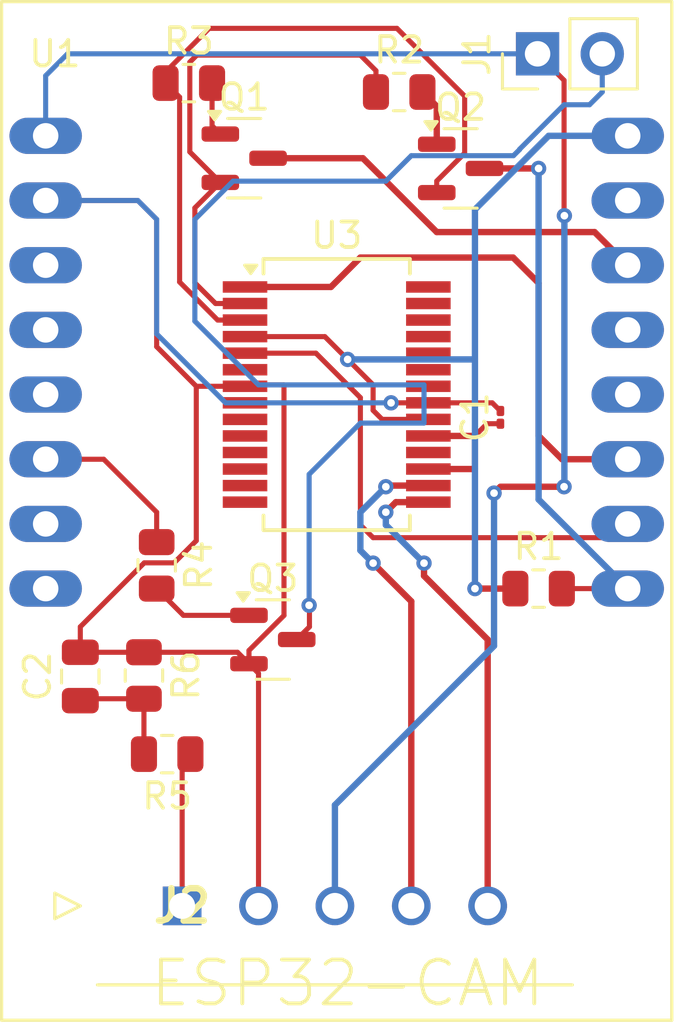
<source format=kicad_pcb>
(kicad_pcb (version 20241229) (generator "pcbnew") (generator_version "9.0")
  (layers (0 "F.Cu" signal) (2 "B.Cu" signal) (13 "F.Paste" user) (15 "B.Paste" user) (5 "F.SilkS" user "F.Silkscreen") (7 "B.SilkS" user "B.Silkscreen") (1 "F.Mask" user) (3 "B.Mask" user) (25 "Edge.Cuts" user))
  (net 0 "")
  (net 1 "GND")
  (net 2 "Net-(U3-3V3OUT)")
  (net 4 "DTR")
  (net 5 "Net-(Q1-B)")
  (net 6 "BOOT")
  (net 7 "Net-(Q2-B)")
  (net 9 "RTS")
  (net 10 "RST")
  (net 11 "Net-(Q3-B)")
  (net 12 "HEAT_CAM_PWM")
  (net 14 "+3.3V")
  (net 15 "PWM_OUT1")
  (net 16 "AN_IN_2")
  (net 17 "AN_IN_1")
  (net 18 "PWM_OUT3")
  (net 19 "AN_IN_3")
  (net 20 "+5V")
  (net 21 "UARX")
  (net 22 "UATX")
  (net 23 "PWM_OUT2")
  (net 28 "USBD-")
  (net 36 "USBD+")
  (net 38 "Battery_Med")
  (footprint "Resistor_SMD:R_0805_2012Metric" (layer "F.Cu") (at 149 96.9125 -90)
    (property "Reference" "R6" (at 0 -1.65 90) (layer "F.SilkS"))
    (property "Value" "1k")
    (fp_line (start -0.227064 0.735) (end 0.227064 0.735) (stroke (width 0.12)) (layer "F.SilkS"))
    (fp_line (start -0.227064 -0.735) (end 0.227064 -0.735) (stroke (width 0.12)) (layer "F.SilkS"))
    (pad "1" smd roundrect (at -0.9125 0 270) (size 1.025 1.4) (layers "F.Cu" "F.Mask" "F.Paste") (roundrect_rratio 0.243902) (net 1 "GND"))
    (pad "2" smd roundrect (at 0.9125 0 270) (size 1.025 1.4) (layers "F.Cu" "F.Mask" "F.Paste") (roundrect_rratio 0.243902) (net 17 "AN_IN_1"))
  )
  (footprint "Resistor_SMD:R_0805_2012Metric" (layer "F.Cu") (at 164.5 93.5)
    (property "Reference" "R1" (at 0 -1.65 0) (layer "F.SilkS"))
    (property "Value" "10k")
    (fp_line (start -0.227064 -0.735) (end 0.227064 -0.735) (stroke (width 0.12)) (layer "F.SilkS"))
    (fp_line (start -0.227064 0.735) (end 0.227064 0.735) (stroke (width 0.12)) (layer "F.SilkS"))
    (pad "1" smd roundrect (at -0.9125 0) (size 1.025 1.4) (layers "F.Cu" "F.Mask" "F.Paste") (roundrect_rratio 0.243902) (net 14 "+3.3V"))
    (pad "2" smd roundrect (at 0.9125 0) (size 1.025 1.4) (layers "F.Cu" "F.Mask" "F.Paste") (roundrect_rratio 0.243902) (net 10 "RST"))
  )
  (footprint "Package_TO_SOT_SMD:SOT-23" (layer "F.Cu") (at 161.4375 77)
    (property "Reference" "Q2" (at 0 -2.4 0) (layer "F.SilkS"))
    (property "Value" "BC817")
    (fp_line (start 0 -1.56) (end -0.65 -1.56) (stroke (width 0.12)) (layer "F.SilkS"))
    (fp_line (start 0 -1.56) (end 0.65 -1.56) (stroke (width 0.12)) (layer "F.SilkS"))
    (fp_line (start 0 1.56) (end -0.65 1.56) (stroke (width 0.12)) (layer "F.SilkS"))
    (fp_line (start 0 1.56) (end 0.65 1.56) (stroke (width 0.12)) (layer "F.SilkS"))
    (fp_poly (pts (xy -1.1625 -1.51) (xy -1.4025 -1.84) (xy -0.9225 -1.84)) (stroke (width 0.12)) (fill yes) (layer "F.SilkS"))
    (pad "1" smd roundrect (at -0.9375 -0.95) (size 1.475 0.6) (layers "F.Cu" "F.Mask" "F.Paste") (net 7 "Net-(Q2-B)"))
    (pad "2" smd roundrect (at -0.9375 0.95) (size 1.475 0.6) (layers "F.Cu" "F.Mask" "F.Paste") (net 9 "RTS"))
    (pad "3" smd roundrect (at 0.9375 0) (size 1.475 0.6) (layers "F.Cu" "F.Mask" "F.Paste") (net 10 "RST"))
  )
  (footprint "Capacitor_SMD:C_01005_0402Metric" (layer "F.Cu") (at 163 86.775 90)
    (property "Reference" "C1" (at 0 -1 90) (layer "F.SilkS"))
    (property "Value" "100nF")
    (pad "1" smd roundrect (at -0.25 0 90) (size 0.4 0.3) (layers "F.Cu" "F.Mask") (net 2 "Net-(U3-3V3OUT)"))
    (pad "2" smd roundrect (at 0.25 0 90) (size 0.4 0.3) (layers "F.Cu" "F.Mask") (net 1 "GND"))
  )
  (footprint "Resistor_SMD:R_0805_2012Metric" (layer "F.Cu") (at 159.025 74)
    (property "Reference" "R2" (at 0 -1.65 0) (layer "F.SilkS"))
    (property "Value" "1k")
    (fp_line (start -0.227064 -0.735) (end 0.227064 -0.735) (stroke (width 0.12)) (layer "F.SilkS"))
    (fp_line (start -0.227064 0.735) (end 0.227064 0.735) (stroke (width 0.12)) (layer "F.SilkS"))
    (pad "1" smd roundrect (at -0.9125 0) (size 1.025 1.4) (layers "F.Cu" "F.Mask" "F.Paste") (roundrect_rratio 0.243902) (net 4 "DTR"))
    (pad "2" smd roundrect (at 0.9125 0) (size 1.025 1.4) (layers "F.Cu" "F.Mask" "F.Paste") (roundrect_rratio 0.243902) (net 7 "Net-(Q2-B)"))
  )
  (footprint "Package_TO_SOT_SMD:SOT-23" (layer "F.Cu") (at 154.0625 95.5)
    (property "Reference" "Q3" (at 0 -2.4 0) (layer "F.SilkS"))
    (property "Value" "BC817")
    (fp_line (start 0 -1.56) (end -0.65 -1.56) (stroke (width 0.12)) (layer "F.SilkS"))
    (fp_line (start 0 -1.56) (end 0.65 -1.56) (stroke (width 0.12)) (layer "F.SilkS"))
    (fp_line (start 0 1.56) (end -0.65 1.56) (stroke (width 0.12)) (layer "F.SilkS"))
    (fp_line (start 0 1.56) (end 0.65 1.56) (stroke (width 0.12)) (layer "F.SilkS"))
    (fp_poly (pts (xy -1.1625 -1.51) (xy -1.4025 -1.84) (xy -0.9225 -1.84)) (stroke (width 0.12)) (fill yes) (layer "F.SilkS"))
    (pad "1" smd roundrect (at -0.9375 -0.95) (size 1.475 0.6) (layers "F.Cu" "F.Mask" "F.Paste") (net 11 "Net-(Q3-B)"))
    (pad "2" smd roundrect (at -0.9375 0.95) (size 1.475 0.6) (layers "F.Cu" "F.Mask" "F.Paste") (net 1 "GND"))
    (pad "3" smd roundrect (at 0.9375 0) (size 1.475 0.6) (layers "F.Cu" "F.Mask" "F.Paste") (net 12 "HEAT_CAM_PWM"))
  )
  (footprint "Resistor_SMD:R_0805_2012Metric" (layer "F.Cu") (at 149.9125 100 180)
    (property "Reference" "R5" (at 0 -1.65 0) (layer "F.SilkS"))
    (property "Value" "1k")
    (fp_line (start -0.227064 0.735) (end 0.227064 0.735) (stroke (width 0.12)) (layer "F.SilkS"))
    (fp_line (start -0.227064 -0.735) (end 0.227064 -0.735) (stroke (width 0.12)) (layer "F.SilkS"))
    (pad "1" smd roundrect (at -0.9125 0 180) (size 1.025 1.4) (layers "F.Cu" "F.Mask" "F.Paste") (roundrect_rratio 0.243902) (net 38 "Battery_Med"))
    (pad "2" smd roundrect (at 0.9125 0 180) (size 1.025 1.4) (layers "F.Cu" "F.Mask" "F.Paste") (roundrect_rratio 0.243902) (net 17 "AN_IN_1"))
  )
  (footprint "Package_TO_SOT_SMD:SOT-23" (layer "F.Cu") (at 152.9375 76.6)
    (property "Reference" "Q1" (at 0 -2.4 0) (layer "F.SilkS"))
    (property "Value" "BC817")
    (fp_line (start 0 -1.56) (end -0.65 -1.56) (stroke (width 0.12)) (layer "F.SilkS"))
    (fp_line (start 0 -1.56) (end 0.65 -1.56) (stroke (width 0.12)) (layer "F.SilkS"))
    (fp_line (start 0 1.56) (end -0.65 1.56) (stroke (width 0.12)) (layer "F.SilkS"))
    (fp_line (start 0 1.56) (end 0.65 1.56) (stroke (width 0.12)) (layer "F.SilkS"))
    (fp_poly (pts (xy -1.1625 -1.51) (xy -1.4025 -1.84) (xy -0.9225 -1.84)) (stroke (width 0.12)) (fill yes) (layer "F.SilkS"))
    (pad "1" smd roundrect (at -0.9375 -0.95) (size 1.475 0.6) (layers "F.Cu" "F.Mask" "F.Paste") (net 5 "Net-(Q1-B)"))
    (pad "2" smd roundrect (at -0.9375 0.95) (size 1.475 0.6) (layers "F.Cu" "F.Mask" "F.Paste") (net 4 "DTR"))
    (pad "3" smd roundrect (at 0.9375 0) (size 1.475 0.6) (layers "F.Cu" "F.Mask" "F.Paste") (net 6 "BOOT"))
  )
  (footprint "Resistor_SMD:R_0805_2012Metric" (layer "F.Cu") (at 150.7625 73.65)
    (property "Reference" "R3" (at 0 -1.65 0) (layer "F.SilkS"))
    (property "Value" "1k")
    (fp_line (start -0.227064 -0.735) (end 0.227064 -0.735) (stroke (width 0.12)) (layer "F.SilkS"))
    (fp_line (start -0.227064 0.735) (end 0.227064 0.735) (stroke (width 0.12)) (layer "F.SilkS"))
    (pad "1" smd roundrect (at -0.9125 0) (size 1.025 1.4) (layers "F.Cu" "F.Mask" "F.Paste") (roundrect_rratio 0.243902) (net 9 "RTS"))
    (pad "2" smd roundrect (at 0.9125 0) (size 1.025 1.4) (layers "F.Cu" "F.Mask" "F.Paste") (roundrect_rratio 0.243902) (net 5 "Net-(Q1-B)"))
  )
  (footprint "Resistor_SMD:R_0805_2012Metric" (layer "F.Cu") (at 149.5 92.5875 -90)
    (property "Reference" "R4" (at 0 -1.65 90) (layer "F.SilkS"))
    (property "Value" "1k")
    (fp_line (start -0.227064 0.735) (end 0.227064 0.735) (stroke (width 0.12)) (layer "F.SilkS"))
    (fp_line (start -0.227064 -0.735) (end 0.227064 -0.735) (stroke (width 0.12)) (layer "F.SilkS"))
    (pad "1" smd roundrect (at -0.9125 0 270) (size 1.025 1.4) (layers "F.Cu" "F.Mask" "F.Paste") (roundrect_rratio 0.243902) (net 15 "PWM_OUT1"))
    (pad "2" smd roundrect (at 0.9125 0 270) (size 1.025 1.4) (layers "F.Cu" "F.Mask" "F.Paste") (roundrect_rratio 0.243902) (net 11 "Net-(Q3-B)"))
  )
  (footprint "Package_SO:SSOP-28_5.3x10.2mm_P0.65mm" (layer "F.Cu") (at 156.57 85.88)
    (property "Reference" "U3" (at 0 -6.25 0) (layer "F.SilkS"))
    (property "Value" "FT232RL")
    (fp_line (start -2.875 -5.325) (end -2.875 -4.75) (stroke (width 0.15)) (layer "F.SilkS"))
    (fp_line (start -2.875 -5.325) (end 2.875 -5.325) (stroke (width 0.15)) (layer "F.SilkS"))
    (fp_line (start -2.875 4.75) (end -2.875 5.325) (stroke (width 0.15)) (layer "F.SilkS"))
    (fp_line (start -2.875 5.325) (end 2.875 5.325) (stroke (width 0.15)) (layer "F.SilkS"))
    (fp_line (start 2.875 -5.325) (end 2.875 -4.75) (stroke (width 0.15)) (layer "F.SilkS"))
    (fp_line (start 2.875 4.75) (end 2.875 5.325) (stroke (width 0.15)) (layer "F.SilkS"))
    (fp_poly (pts (xy -3.375 -4.75) (xy -3.615 -5.08) (xy -3.135 -5.08) (xy -3.375 -4.75)) (stroke (width 0.12)) (fill yes) (layer "F.SilkS"))
    (pad "1" smd rect (at -3.6 -4.225) (size 1.75 0.45) (layers "F.Cu" "F.Mask" "F.Paste") (net 21 "UARX"))
    (pad "2" smd rect (at -3.6 -3.575) (size 1.75 0.45) (layers "F.Cu" "F.Mask" "F.Paste") (net 4 "DTR"))
    (pad "3" smd rect (at -3.6 -2.925) (size 1.75 0.45) (layers "F.Cu" "F.Mask" "F.Paste") (net 9 "RTS"))
    (pad "4" smd rect (at -3.6 -2.275) (size 1.75 0.45) (layers "F.Cu" "F.Mask" "F.Paste") (net 14 "+3.3V"))
    (pad "5" smd rect (at -3.6 -1.625) (size 1.75 0.45) (layers "F.Cu" "F.Mask" "F.Paste") (net 22 "UATX"))
    (pad "6" smd rect (at -3.6 -0.975) (size 1.75 0.45) (layers "F.Cu" "F.Mask" "F.Paste"))
    (pad "7" smd rect (at -3.6 -0.325) (size 1.75 0.45) (layers "F.Cu" "F.Mask" "F.Paste") (net 1 "GND"))
    (pad "8" smd rect (at -3.6 0.325) (size 1.75 0.45) (layers "F.Cu" "F.Mask" "F.Paste"))
    (pad "9" smd rect (at -3.6 0.975) (size 1.75 0.45) (layers "F.Cu" "F.Mask" "F.Paste"))
    (pad "10" smd rect (at -3.6 1.625) (size 1.75 0.45) (layers "F.Cu" "F.Mask" "F.Paste"))
    (pad "11" smd rect (at -3.6 2.275) (size 1.75 0.45) (layers "F.Cu" "F.Mask" "F.Paste"))
    (pad "12" smd rect (at -3.6 2.925) (size 1.75 0.45) (layers "F.Cu" "F.Mask" "F.Paste"))
    (pad "13" smd rect (at -3.6 3.575) (size 1.75 0.45) (layers "F.Cu" "F.Mask" "F.Paste"))
    (pad "14" smd rect (at -3.6 4.225) (size 1.75 0.45) (layers "F.Cu" "F.Mask" "F.Paste"))
    (pad "15" smd rect (at 3.6 4.225) (size 1.75 0.45) (layers "F.Cu" "F.Mask" "F.Paste") (net 36 "USBD+"))
    (pad "16" smd rect (at 3.6 3.575) (size 1.75 0.45) (layers "F.Cu" "F.Mask" "F.Paste") (net 28 "USBD-"))
    (pad "17" smd rect (at 3.6 2.925) (size 1.75 0.45) (layers "F.Cu" "F.Mask" "F.Paste") (net 2 "Net-(U3-3V3OUT)"))
    (pad "18" smd rect (at 3.6 2.275) (size 1.75 0.45) (layers "F.Cu" "F.Mask" "F.Paste") (net 1 "GND"))
    (pad "19" smd rect (at 3.6 1.625) (size 1.75 0.45) (layers "F.Cu" "F.Mask" "F.Paste") (net 2 "Net-(U3-3V3OUT)"))
    (pad "20" smd rect (at 3.6 0.975) (size 1.75 0.45) (layers "F.Cu" "F.Mask" "F.Paste") (net 14 "+3.3V"))
    (pad "21" smd rect (at 3.6 0.325) (size 1.75 0.45) (layers "F.Cu" "F.Mask" "F.Paste") (net 1 "GND"))
    (pad "22" smd rect (at 3.6 -0.325) (size 1.75 0.45) (layers "F.Cu" "F.Mask" "F.Paste"))
    (pad "23" smd rect (at 3.6 -0.975) (size 1.75 0.45) (layers "F.Cu" "F.Mask" "F.Paste"))
    (pad "24" smd rect (at 3.6 -1.625) (size 1.75 0.45) (layers "F.Cu" "F.Mask" "F.Paste"))
    (pad "25" smd rect (at 3.6 -2.275) (size 1.75 0.45) (layers "F.Cu" "F.Mask" "F.Paste") (net 1 "GND"))
    (pad "26" smd rect (at 3.6 -2.925) (size 1.75 0.45) (layers "F.Cu" "F.Mask" "F.Paste"))
    (pad "27" smd rect (at 3.6 -3.575) (size 1.75 0.45) (layers "F.Cu" "F.Mask" "F.Paste"))
    (pad "28" smd rect (at 3.6 -4.225) (size 1.75 0.45) (layers "F.Cu" "F.Mask" "F.Paste"))
  )
  (footprint "Connector_PinHeader_2.54mm:PinHeader_1x02_P2.54mm_Vertical" (layer "F.Cu") (at 164.46 72.5 90)
    (property "Reference" "J1" (at 0 -2.38 90) (layer "F.SilkS"))
    (property "Value" "Conn_01x02_Pin")
    (fp_line (start -1.38 -1.38) (end 0 -1.38) (stroke (width 0.12)) (layer "F.SilkS"))
    (fp_line (start -1.38 0) (end -1.38 -1.38) (stroke (width 0.12)) (layer "F.SilkS"))
    (fp_line (start 1.38 1.27) (end 1.38 3.92) (stroke (width 0.12)) (layer "F.SilkS"))
    (fp_line (start -1.38 1.27) (end 1.38 1.27) (stroke (width 0.12)) (layer "F.SilkS"))
    (fp_line (start -1.38 1.27) (end -1.38 3.92) (stroke (width 0.12)) (layer "F.SilkS"))
    (fp_line (start -1.38 3.92) (end 1.38 3.92) (stroke (width 0.12)) (layer "F.SilkS"))
    (pad "1" thru_hole rect (at 0 0 90) (size 1.7 1.7) (drill 1) (layers "*.Cu" "*.Mask") (net 20 "+5V"))
    (pad "2" thru_hole circle (at 0 2.54 90) (size 1.7 1.7) (drill 1) (layers "*.Cu" "*.Mask") (net 12 "HEAT_CAM_PWM"))
  )
  (footprint "Esp32_Conn_Cam:43650-05YY_272829" (layer "F.Cu") (at 150.5 105.96 180)
    (property "Reference" "J2" (at 0 0 0) (layer "F.SilkS") (effects (font (size 1.27 1.27) (thickness 0.254))))
    (property "Value" "43650-0528" (hide yes))
    (fp_line (start 5 0.5) (end 4 0) (stroke (width 0.127)) (layer "F.SilkS"))
    (fp_line (start 5 -0.5) (end 5 0.5) (stroke (width 0.127)) (layer "F.SilkS"))
    (fp_line (start 4 0) (end 5 -0.5) (stroke (width 0.127)) (layer "F.SilkS"))
    (fp_line (start -15.325 -3.1) (end 3.325 -3.1) (stroke (width 0.127)) (layer "F.SilkS"))
    (pad "" np_thru_hole circle (at -15 1.96 180) (size 1.27 1.27) (drill 1.27) (layers "*.Cu" "*.Mask"))
    (pad "" np_thru_hole circle (at 3 1.96 180) (size 1.27 1.27) (drill 1.27) (layers "*.Cu" "*.Mask"))
    (pad "1" thru_hole rect (at 0 0 180) (size 1.52 1.52) (drill 1.02) (layers "*.Cu" "*.Mask") (net 38 "Battery_Med"))
    (pad "2" thru_hole circle (at -3 0 180) (size 1.52 1.52) (drill 1.02) (layers "*.Cu" "*.Mask") (net 1 "GND"))
    (pad "3" thru_hole circle (at -6 0 180) (size 1.52 1.52) (drill 1.02) (layers "*.Cu" "*.Mask") (net 20 "+5V"))
    (pad "4" thru_hole circle (at -9 0 180) (size 1.52 1.52) (drill 1.02) (layers "*.Cu" "*.Mask") (net 28 "USBD-"))
    (pad "5" thru_hole circle (at -12 0 180) (size 1.52 1.52) (drill 1.02) (layers "*.Cu" "*.Mask") (net 36 "USBD+"))
  )
  (footprint "Esp32:ESP32-CAM" (layer "F.Cu") (at 156.57 85.88)
    (property "Reference" "U1" (at -11.07 -13.38 0) (layer "F.SilkS"))
    (property "Value" "ESP32-CAM")
    (fp_line (start -13.16 -15.43) (end 13.16 -15.43) (stroke (width 0.127)) (layer "F.SilkS"))
    (fp_line (start -13.16 24.57) (end -13.16 -15.43) (stroke (width 0.127)) (layer "F.SilkS"))
    (fp_line (start 13.16 -15.43) (end 13.16 24.57) (stroke (width 0.127)) (layer "F.SilkS"))
    (fp_line (start 13.16 24.57) (end -13.16 24.57) (stroke (width 0.127)) (layer "F.SilkS"))
    (fp_text user "ESP32-CAM" (at 0.43 23.12 0) (layer "F.SilkS") (effects (font (size 1.72 1.72))))
    (pad "P$1" thru_hole oval (at -11.43 -10.16) (size 2.8448 1.4224) (drill 1) (layers "*.Cu" "*.Mask") (net 20 "+5V"))
    (pad "P$2" thru_hole oval (at -11.43 -7.62) (size 2.8448 1.4224) (drill 1) (layers "*.Cu" "*.Mask") (net 1 "GND"))
    (pad "P$3" thru_hole oval (at -11.43 -5.08) (size 2.8448 1.4224) (drill 1) (layers "*.Cu" "*.Mask") (net 17 "AN_IN_1"))
    (pad "P$4" thru_hole oval (at -11.43 -2.54) (size 2.8448 1.4224) (drill 1) (layers "*.Cu" "*.Mask") (net 16 "AN_IN_2"))
    (pad "P$5" thru_hole oval (at -11.43 0) (size 2.8448 1.4224) (drill 1) (layers "*.Cu" "*.Mask") (net 19 "AN_IN_3"))
    (pad "P$6" thru_hole oval (at -11.43 2.54) (size 2.8448 1.4224) (drill 1) (layers "*.Cu" "*.Mask") (net 15 "PWM_OUT1"))
    (pad "P$7" thru_hole oval (at -11.43 5.08) (size 2.8448 1.4224) (drill 1) (layers "*.Cu" "*.Mask") (net 23 "PWM_OUT2"))
    (pad "P$8" thru_hole oval (at -11.43 7.62) (size 2.8448 1.4224) (drill 1) (layers "*.Cu" "*.Mask") (net 18 "PWM_OUT3"))
    (pad "P$9" thru_hole oval (at 11.43 7.62) (size 2.8448 1.4224) (drill 1) (layers "*.Cu" "*.Mask") (net 10 "RST"))
    (pad "P$10" thru_hole oval (at 11.43 5.08) (size 2.8448 1.4224) (drill 1) (layers "*.Cu" "*.Mask") (net 22 "UATX"))
    (pad "P$11" thru_hole oval (at 11.43 2.54) (size 2.8448 1.4224) (drill 1) (layers "*.Cu" "*.Mask") (net 21 "UARX"))
    (pad "P$12" thru_hole oval (at 11.43 0) (size 2.8448 1.4224) (drill 1) (layers "*.Cu" "*.Mask"))
    (pad "P$13" thru_hole oval (at 11.43 -2.54) (size 2.8448 1.4224) (drill 1) (layers "*.Cu" "*.Mask"))
    (pad "P$14" thru_hole oval (at 11.43 -5.08) (size 2.8448 1.4224) (drill 1) (layers "*.Cu" "*.Mask") (net 6 "BOOT"))
    (pad "P$15" thru_hole oval (at 11.43 -7.62) (size 2.8448 1.4224) (drill 1) (layers "*.Cu" "*.Mask"))
    (pad "P$16" thru_hole oval (at 11.43 -10.16) (size 2.8448 1.4224) (drill 1) (layers "*.Cu" "*.Mask") (net 14 "+3.3V"))
  )
  (footprint "Capacitor_SMD:C_0805_2012Metric" (layer "F.Cu") (at 146.5 96.95 90)
    (property "Reference" "C2" (at 0 -1.68 90) (layer "F.SilkS"))
    (property "Value" "100nF")
    (fp_line (start -0.261252 -0.735) (end 0.261252 -0.735) (stroke (width 0.12)) (layer "F.SilkS"))
    (fp_line (start -0.261252 0.735) (end 0.261252 0.735) (stroke (width 0.12)) (layer "F.SilkS"))
    (pad "1" smd roundrect (at -0.95 0 90) (size 1 1.45) (layers "F.Cu" "F.Mask" "F.Paste") (net 17 "AN_IN_1"))
    (pad "2" smd roundrect (at 0.95 0 90) (size 1 1.45) (layers "F.Cu" "F.Mask" "F.Paste") (net 1 "GND"))
  )
  (segment (start 153.5 96.825) (end 153.125 96.45) (width 0.2) (layer "F.Cu") (net 1))
  (segment (start 149 96) (end 152.675 96) (width 0.2) (layer "F.Cu") (net 1))
  (segment (start 149.5 79) (end 148.76 78.26) (width 0.2) (layer "F.Cu") (net 1))
  (segment (start 153.125 95.929468) (end 154.5 94.554468) (width 0.2) (layer "F.Cu") (net 1))
  (segment (start 151.055 91.61866) (end 151.055 85.555) (width 0.2) (layer "F.Cu") (net 1))
  (segment (start 154.5 85.5) (end 153.025 85.5) (width 0.2) (layer "F.Cu") (net 1))
  (segment (start 150.18516 92.4885) (end 151.055 91.61866) (width 0.2) (layer "F.Cu") (net 1))
  (segment (start 148.76 78.26) (end 145.14 78.26) (width 0.2) (layer "F.Cu") (net 1))
  (segment (start 152.675 96) (end 153.125 96.45) (width 0.2) (layer "F.Cu") (net 1))
  (segment (start 163 86.525) (end 162.68 86.205) (width 0.2) (layer "F.Cu") (net 1))
  (segment (start 151.055 85.555) (end 149.5 84) (width 0.2) (layer "F.Cu") (net 1))
  (segment (start 162.68 86.205) (end 160.17 86.205) (width 0.2) (layer "F.Cu") (net 1))
  (segment (start 152.97 85.555) (end 151.055 85.555) (width 0.2) (layer "F.Cu") (net 1))
  (segment (start 146.5 96) (end 146.5 95) (width 0.2) (layer "F.Cu") (net 1))
  (segment (start 149.0115 92.4885) (end 150.18516 92.4885) (width 0.2) (layer "F.Cu") (net 1))
  (segment (start 154.5 94.554468) (end 154.5 85.5) (width 0.2) (layer "F.Cu") (net 1))
  (segment (start 153.5 105.96) (end 153.5 96.825) (width 0.2) (layer "F.Cu") (net 1))
  (segment (start 153.025 85.5) (end 152.97 85.555) (width 0.2) (layer "F.Cu") (net 1))
  (segment (start 153.125 96.45) (end 153.125 95.929468) (width 0.2) (layer "F.Cu") (net 1))
  (segment (start 160.17 86.205) (end 158.705 86.205) (width 0.2) (layer "F.Cu") (net 1))
  (segment (start 146.5 96) (end 149 96) (width 0.2) (layer "F.Cu") (net 1))
  (segment (start 146.5 95) (end 149.0115 92.4885) (width 0.2) (layer "F.Cu") (net 1))
  (segment (start 149.5 84) (end 149.5 79) (width 0.2) (layer "F.Cu") (net 1))
  (via (at 158.705 86.205) (size 0.6) (drill 0.3) (layers "F.Cu" "B.Cu") (net 1))
  (segment (start 148.76 78.26) (end 145.14 78.26) (width 0.2) (layer "B.Cu") (net 1))
  (segment (start 149.5 83.5) (end 149.5 79) (width 0.2) (layer "B.Cu") (net 1))
  (segment (start 152.205 86.205) (end 149.5 83.5) (width 0.2) (layer "B.Cu") (net 1))
  (segment (start 149.5 79) (end 148.76 78.26) (width 0.2) (layer "B.Cu") (net 1))
  (segment (start 158.705 86.205) (end 152.205 86.205) (width 0.2) (layer "B.Cu") (net 1))
  (segment (start 162 88.805) (end 162 87.5) (width 0.25) (layer "F.Cu") (net 2))
  (segment (start 163 87.025) (end 162.475 87.025) (width 0.2) (layer "F.Cu") (net 2))
  (segment (start 162.475 87.025) (end 162 87.5) (width 0.2) (layer "F.Cu") (net 2))
  (segment (start 161.995 87.505) (end 162 87.5) (width 0.25) (layer "F.Cu") (net 2))
  (segment (start 160.17 87.505) (end 161.995 87.505) (width 0.25) (layer "F.Cu") (net 2))
  (segment (start 162 88.805) (end 160.17 88.805) (width 0.25) (layer "F.Cu") (net 2))
  (segment (start 150.802 72.82634) (end 150.802 76.352) (width 0.2) (layer "F.Cu") (net 4))
  (segment (start 151 81.4929) (end 151.8121 82.305) (width 0.2) (layer "F.Cu") (net 4))
  (segment (start 151 81.4929) (end 151 78.55) (width 0.2) (layer "F.Cu") (net 4))
  (segment (start 158.1125 73.1625) (end 157.5 72.55) (width 0.2) (layer "F.Cu") (net 4))
  (segment (start 158.1125 74) (end 158.1125 73.1625) (width 0.2) (layer "F.Cu") (net 4))
  (segment (start 150.802 76.352) (end 152 77.55) (width 0.2) (layer "F.Cu") (net 4))
  (segment (start 157.5 72.55) (end 151.07834 72.55) (width 0.2) (layer "F.Cu") (net 4))
  (segment (start 151.8121 82.305) (end 152.97 82.305) (width 0.2) (layer "F.Cu") (net 4))
  (segment (start 152 77.55) (end 151 78.55) (width 0.2) (layer "F.Cu") (net 4))
  (segment (start 151.07834 72.55) (end 150.802 72.82634) (width 0.2) (layer "F.Cu") (net 4))
  (segment (start 152 75.65) (end 151.675 75.325) (width 0.2) (layer "F.Cu") (net 5))
  (segment (start 151.675 75.325) (end 151.675 73.65) (width 0.2) (layer "F.Cu") (net 5))
  (segment (start 166.7 79.5) (end 168 80.8) (width 0.25) (layer "F.Cu") (net 6))
  (segment (start 153.875 76.6) (end 157.6 76.6) (width 0.25) (layer "F.Cu") (net 6))
  (segment (start 157.6 76.6) (end 160.5 79.5) (width 0.25) (layer "F.Cu") (net 6))
  (segment (start 160.5 79.5) (end 166.7 79.5) (width 0.25) (layer "F.Cu") (net 6))
  (segment (start 160.5 76.05) (end 160.5 74.5625) (width 0.25) (layer "F.Cu") (net 7))
  (segment (start 160.5 74.5625) (end 159.9375 74) (width 0.25) (layer "F.Cu") (net 7))
  (segment (start 151.56124 71.5) (end 158.93616 71.5) (width 0.2) (layer "F.Cu") (net 9))
  (segment (start 152.97 82.955) (end 151.895 82.955) (width 0.2) (layer "F.Cu") (net 9))
  (segment (start 149.85 73.65) (end 149.85 73.21124) (width 0.2) (layer "F.Cu") (net 9))
  (segment (start 150.401 74.201) (end 149.85 73.65) (width 0.2) (layer "F.Cu") (net 9))
  (segment (start 161.596532 76.399) (end 160.5 77.495532) (width 0.2) (layer "F.Cu") (net 9))
  (segment (start 149.85 73.21124) (end 151.56124 71.5) (width 0.2) (layer "F.Cu") (net 9))
  (segment (start 161.596532 74.160372) (end 161.596532 76.399) (width 0.2) (layer "F.Cu") (net 9))
  (segment (start 160.5 77.495532) (end 160.5 77.95) (width 0.2) (layer "F.Cu") (net 9))
  (segment (start 150.401 81.461) (end 150.401 74.201) (width 0.2) (layer "F.Cu") (net 9))
  (segment (start 151.895 82.955) (end 150.401 81.461) (width 0.2) (layer "F.Cu") (net 9))
  (segment (start 158.93616 71.5) (end 161.596532 74.160372) (width 0.2) (layer "F.Cu") (net 9))
  (segment (start 165.4125 93.5) (end 168 93.5) (width 0.2) (layer "F.Cu") (net 10))
  (segment (start 162.375 77) (end 164.5 77) (width 0.25) (layer "F.Cu") (net 10))
  (via (at 164.5 77) (size 0.6) (drill 0.3) (layers "F.Cu" "B.Cu") (net 10))
  (segment (start 164.5 90) (end 168 93.5) (width 0.25) (layer "B.Cu") (net 10))
  (segment (start 164.5 77) (end 164.5 90) (width 0.25) (layer "B.Cu") (net 10))
  (segment (start 150.55 94.55) (end 149.5 93.5) (width 0.2) (layer "F.Cu") (net 11))
  (segment (start 153.125 94.55) (end 150.55 94.55) (width 0.2) (layer "F.Cu") (net 11))
  (segment (start 155 95.5) (end 155.5 95) (width 0.2) (layer "F.Cu") (net 12))
  (segment (start 155.5 95) (end 155.5 94) (width 0.2) (layer "F.Cu") (net 12))
  (via (at 155.487142 94.155487) (size 0.6) (drill 0.3) (layers "F.Cu" "B.Cu") (net 12))
  (segment (start 151 79) (end 152.5 77.5) (width 0.2) (layer "B.Cu") (net 12))
  (segment (start 166.5 74.5) (end 167 74) (width 0.2) (layer "B.Cu") (net 12))
  (segment (start 158.5 77.5) (end 159.5 76.5) (width 0.2) (layer "B.Cu") (net 12))
  (segment (start 160 87) (end 160 85.5) (width 0.2) (layer "B.Cu") (net 12))
  (segment (start 159.5 76.5) (end 163.512248 76.5) (width 0.2) (layer "B.Cu") (net 12))
  (segment (start 155.487142 89.012858) (end 157.5 87) (width 0.2) (layer "B.Cu") (net 12))
  (segment (start 163.756124 76.243876) (end 165.5 74.5) (width 0.2) (layer "B.Cu") (net 12))
  (segment (start 153.5 85.5) (end 151 83) (width 0.2) (layer "B.Cu") (net 12))
  (segment (start 151 83) (end 151 79) (width 0.2) (layer "B.Cu") (net 12))
  (segment (start 163.756124 76.256124) (end 163.756124 76.243876) (width 0.2) (layer "B.Cu") (net 12))
  (segment (start 167 74) (end 167 72.5) (width 0.2) (layer "B.Cu") (net 12))
  (segment (start 155.487142 94.155487) (end 155.487142 89.012858) (width 0.2) (layer "B.Cu") (net 12))
  (segment (start 157.5 87) (end 160 87) (width 0.2) (layer "B.Cu") (net 12))
  (segment (start 152.5 77.5) (end 158.5 77.5) (width 0.2) (layer "B.Cu") (net 12))
  (segment (start 160 85.5) (end 153.5 85.5) (width 0.2) (layer "B.Cu") (net 12))
  (segment (start 165.5 74.5) (end 166.5 74.5) (width 0.2) (layer "B.Cu") (net 12))
  (segment (start 163.512248 76.5) (end 163.756124 76.256124) (width 0.2) (layer "B.Cu") (net 12))
  (segment (start 158.355 86.855) (end 160.17 86.855) (width 0.2) (layer "F.Cu") (net 14))
  (segment (start 163.5875 93.5) (end 162 93.5) (width 0.25) (layer "F.Cu") (net 14))
  (segment (start 156.105 83.605) (end 157 84.5) (width 0.2) (layer "F.Cu") (net 14))
  (segment (start 158 86.5) (end 158.355 86.855) (width 0.2) (layer "F.Cu") (net 14))
  (segment (start 158 85.5) (end 158 86.5) (width 0.2) (layer "F.Cu") (net 14))
  (segment (start 157 84.5) (end 158 85.5) (width 0.2) (layer "F.Cu") (net 14))
  (segment (start 152.97 83.605) (end 156.105 83.605) (width 0.2) (layer "F.Cu") (net 14))
  (via (at 157 84.5) (size 0.6) (drill 0.3) (layers "F.Cu" "B.Cu") (net 14))
  (via (at 162 93.5) (size 0.6) (drill 0.3) (layers "F.Cu" "B.Cu") (net 14))
  (segment (start 164.894702 75.72) (end 168 75.72) (width 0.25) (layer "B.Cu") (net 14))
  (segment (start 162 78.614702) (end 164.894702 75.72) (width 0.25) (layer "B.Cu") (net 14))
  (segment (start 162 84.5) (end 162 78.614702) (width 0.25) (layer "B.Cu") (net 14))
  (segment (start 162 84.5) (end 157 84.5) (width 0.25) (layer "B.Cu") (net 14))
  (segment (start 162 93.5) (end 162 84.5) (width 0.25) (layer "B.Cu") (net 14))
  (segment (start 149.5 90.5) (end 147.42 88.42) (width 0.2) (layer "F.Cu") (net 15))
  (segment (start 147.42 88.42) (end 145.14 88.42) (width 0.2) (layer "F.Cu") (net 15))
  (segment (start 149.5 91.675) (end 149.5 90.5) (width 0.2) (layer "F.Cu") (net 15))
  (segment (start 149 97.825) (end 146.575 97.825) (width 0.2) (layer "F.Cu") (net 17))
  (segment (start 146.575 97.825) (end 146.5 97.9) (width 0.2) (layer "F.Cu") (net 17))
  (segment (start 149 100) (end 149 97.825) (width 0.2) (layer "F.Cu") (net 17))
  (segment (start 165.5 89.5) (end 163 89.5) (width 0.25) (layer "F.Cu") (net 20))
  (segment (start 165.5 73.54) (end 165.5 79) (width 0.2) (layer "F.Cu") (net 20))
  (segment (start 164.46 72.5) (end 165.5 73.54) (width 0.2) (layer "F.Cu") (net 20))
  (segment (start 163 89.5) (end 162.75 89.75) (width 0.25) (layer "F.Cu") (net 20))
  (via (at 165.512621 78.856288) (size 0.6) (drill 0.3) (layers "F.Cu" "B.Cu") (net 20))
  (via (at 162.75 89.75) (size 0.6) (drill 0.3) (layers "F.Cu" "B.Cu") (net 20))
  (via (at 165.5 89.5) (size 0.6) (drill 0.3) (layers "F.Cu" "B.Cu") (net 20))
  (segment (start 165.512621 89.487379) (end 165.5 89.5) (width 0.25) (layer "B.Cu") (net 20))
  (segment (start 165.512621 78.856288) (end 165.512621 89.487379) (width 0.25) (layer "B.Cu") (net 20))
  (segment (start 162.75 89.75) (end 162.75 95.75) (width 0.25) (layer "B.Cu") (net 20))
  (segment (start 146 72.5) (end 164.46 72.5) (width 0.2) (layer "B.Cu") (net 20))
  (segment (start 145.14 75.72) (end 145.14 73.36) (width 0.2) (layer "B.Cu") (net 20))
  (segment (start 145.14 73.36) (end 146 72.5) (width 0.2) (layer "B.Cu") (net 20))
  (segment (start 162.75 95.75) (end 156.5 102) (width 0.25) (layer "B.Cu") (net 20))
  (segment (start 156.5 102) (end 156.5 105.96) (width 0.25) (layer "B.Cu") (net 20))
  (segment (start 152.97 81.655) (end 156.345 81.655) (width 0.25) (layer "F.Cu") (net 21))
  (segment (start 164.5 81.5) (end 164.5 87.5) (width 0.25) (layer "F.Cu") (net 21))
  (segment (start 157.5 80.5) (end 163.5 80.5) (width 0.25) (layer "F.Cu") (net 21))
  (segment (start 164.5 87.5) (end 165.42 88.42) (width 0.25) (layer "F.Cu") (net 21))
  (segment (start 163.5 80.5) (end 164.5 81.5) (width 0.25) (layer "F.Cu") (net 21))
  (segment (start 156.345 81.655) (end 157.5 80.5) (width 0.25) (layer "F.Cu") (net 21))
  (segment (start 165.42 88.42) (end 168 88.42) (width 0.25) (layer "F.Cu") (net 21))
  (segment (start 167.46 91.5) (end 168 90.96) (width 0.2) (layer "F.Cu") (net 22))
  (segment (start 152.97 84.255) (end 155.755 84.255) (width 0.2) (layer "F.Cu") (net 22))
  (segment (start 157.5 86) (end 157.5 91) (width 0.2) (layer "F.Cu") (net 22))
  (segment (start 157.5 91) (end 158 91.5) (width 0.2) (layer "F.Cu") (net 22))
  (segment (start 158 91.5) (end 167.46 91.5) (width 0.2) (layer "F.Cu") (net 22))
  (segment (start 155.755 84.255) (end 157.5 86) (width 0.2) (layer "F.Cu") (net 22))
  (segment (start 158.545 89.455) (end 158.5 89.5) (width 0.25) (layer "F.Cu") (net 28))
  (segment (start 160.17 89.455) (end 158.545 89.455) (width 0.25) (layer "F.Cu") (net 28))
  (segment (start 159.5 105.96) (end 159.5 94) (width 0.25) (layer "F.Cu") (net 28))
  (segment (start 159.5 94) (end 158 92.5) (width 0.25) (layer "F.Cu") (net 28))
  (via (at 158.5 89.5) (size 0.6) (drill 0.3) (layers "F.Cu" "B.Cu") (net 28))
  (via (at 158 92.5) (size 0.6) (drill 0.3) (layers "F.Cu" "B.Cu") (net 28))
  (segment (start 158 92.5) (end 157.5 92) (width 0.25) (layer "B.Cu") (net 28))
  (segment (start 157.5 90.5) (end 158.5 89.5) (width 0.25) (layer "B.Cu") (net 28))
  (segment (start 157.5 92) (end 157.5 90.5) (width 0.25) (layer "B.Cu") (net 28))
  (segment (start 160 93) (end 160 92.5) (width 0.25) (layer "F.Cu") (net 36))
  (segment (start 160.17 90.105) (end 158.895 90.105) (width 0.25) (layer "F.Cu") (net 36))
  (segment (start 162.5 105.96) (end 162.5 95.5) (width 0.25) (layer "F.Cu") (net 36))
  (segment (start 158.895 90.105) (end 158.5 90.5) (width 0.25) (layer "F.Cu") (net 36))
  (segment (start 162.5 95.5) (end 160 93) (width 0.25) (layer "F.Cu") (net 36))
  (via (at 158.5 90.5) (size 0.6) (drill 0.3) (layers "F.Cu" "B.Cu") (net 36))
  (via (at 160 92.5) (size 0.6) (drill 0.3) (layers "F.Cu" "B.Cu") (net 36))
  (segment (start 160 92.5) (end 158.5 91) (width 0.25) (layer "B.Cu") (net 36))
  (segment (start 158.5 91) (end 158.5 90.5) (width 0.25) (layer "B.Cu") (net 36))
  (segment (start 150.5 105.96) (end 150.5 100.325) (width 0.2) (layer "F.Cu") (net 38))
  (segment (start 150.5 100.325) (end 150.825 100) (width 0.2) (layer "F.Cu") (net 38))
)
</source>
